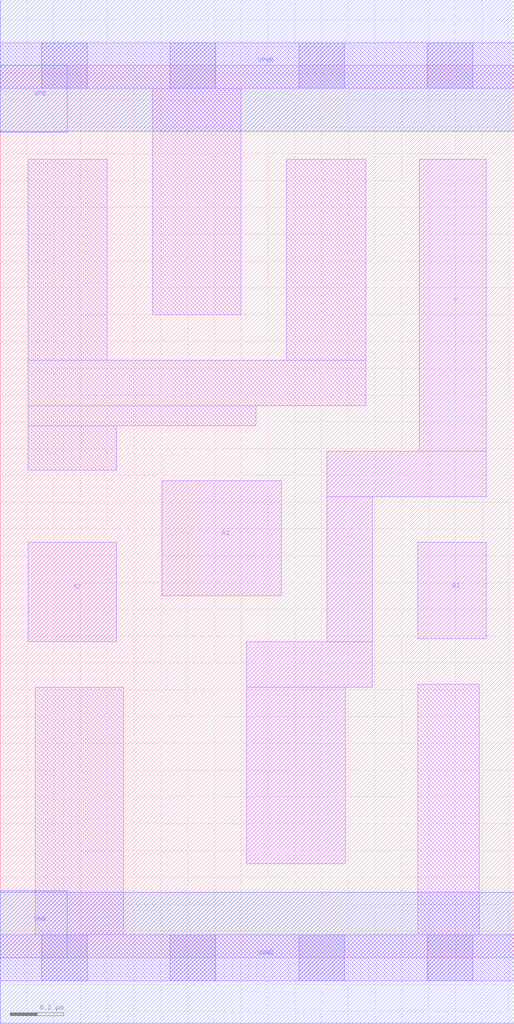
<source format=lef>
# Copyright 2020 The SkyWater PDK Authors
#
# Licensed under the Apache License, Version 2.0 (the "License");
# you may not use this file except in compliance with the License.
# You may obtain a copy of the License at
#
#     https://www.apache.org/licenses/LICENSE-2.0
#
# Unless required by applicable law or agreed to in writing, software
# distributed under the License is distributed on an "AS IS" BASIS,
# WITHOUT WARRANTIES OR CONDITIONS OF ANY KIND, either express or implied.
# See the License for the specific language governing permissions and
# limitations under the License.
#
# SPDX-License-Identifier: Apache-2.0

VERSION 5.5 ;
NAMESCASESENSITIVE ON ;
BUSBITCHARS "[]" ;
DIVIDERCHAR "/" ;
MACRO sky130_fd_sc_hs__a21oi_1
  CLASS CORE ;
  SOURCE USER ;
  ORIGIN  0.000000  0.000000 ;
  SIZE  1.920000 BY  3.330000 ;
  SYMMETRY X Y ;
  SITE unit ;
  PIN A1
    ANTENNAGATEAREA  0.279000 ;
    DIRECTION INPUT ;
    USE SIGNAL ;
    PORT
      LAYER li1 ;
        RECT 0.605000 1.350000 1.050000 1.780000 ;
    END
  END A1
  PIN A2
    ANTENNAGATEAREA  0.279000 ;
    DIRECTION INPUT ;
    USE SIGNAL ;
    PORT
      LAYER li1 ;
        RECT 0.105000 1.180000 0.435000 1.550000 ;
    END
  END A2
  PIN B1
    ANTENNAGATEAREA  0.279000 ;
    DIRECTION INPUT ;
    USE SIGNAL ;
    PORT
      LAYER li1 ;
        RECT 1.560000 1.190000 1.815000 1.550000 ;
    END
  END B1
  PIN Y
    ANTENNADIFFAREA  0.596600 ;
    DIRECTION OUTPUT ;
    USE SIGNAL ;
    PORT
      LAYER li1 ;
        RECT 0.920000 0.350000 1.290000 1.010000 ;
        RECT 0.920000 1.010000 1.390000 1.180000 ;
        RECT 1.220000 1.180000 1.390000 1.720000 ;
        RECT 1.220000 1.720000 1.815000 1.890000 ;
        RECT 1.565000 1.890000 1.815000 2.980000 ;
    END
  END Y
  PIN VGND
    DIRECTION INOUT ;
    USE GROUND ;
    PORT
      LAYER met1 ;
        RECT 0.000000 -0.245000 1.920000 0.245000 ;
    END
  END VGND
  PIN VNB
    DIRECTION INOUT ;
    USE GROUND ;
    PORT
      LAYER met1 ;
        RECT 0.000000 0.000000 0.250000 0.250000 ;
    END
  END VNB
  PIN VPB
    DIRECTION INOUT ;
    USE POWER ;
    PORT
      LAYER met1 ;
        RECT 0.000000 3.080000 0.250000 3.330000 ;
    END
  END VPB
  PIN VPWR
    DIRECTION INOUT ;
    USE POWER ;
    PORT
      LAYER met1 ;
        RECT 0.000000 3.085000 1.920000 3.575000 ;
    END
  END VPWR
  OBS
    LAYER li1 ;
      RECT 0.000000 -0.085000 1.920000 0.085000 ;
      RECT 0.000000  3.245000 1.920000 3.415000 ;
      RECT 0.105000  1.820000 0.435000 1.985000 ;
      RECT 0.105000  1.985000 0.955000 2.060000 ;
      RECT 0.105000  2.060000 1.365000 2.230000 ;
      RECT 0.105000  2.230000 0.400000 2.980000 ;
      RECT 0.130000  0.085000 0.460000 1.010000 ;
      RECT 0.570000  2.400000 0.900000 3.245000 ;
      RECT 1.070000  2.230000 1.365000 2.980000 ;
      RECT 1.560000  0.085000 1.790000 1.020000 ;
    LAYER mcon ;
      RECT 0.155000 -0.085000 0.325000 0.085000 ;
      RECT 0.155000  3.245000 0.325000 3.415000 ;
      RECT 0.635000 -0.085000 0.805000 0.085000 ;
      RECT 0.635000  3.245000 0.805000 3.415000 ;
      RECT 1.115000 -0.085000 1.285000 0.085000 ;
      RECT 1.115000  3.245000 1.285000 3.415000 ;
      RECT 1.595000 -0.085000 1.765000 0.085000 ;
      RECT 1.595000  3.245000 1.765000 3.415000 ;
  END
END sky130_fd_sc_hs__a21oi_1
END LIBRARY

</source>
